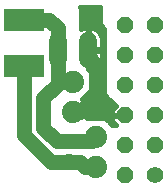
<source format=gbl>
G75*
G70*
%OFA0B0*%
%FSLAX24Y24*%
%IPPOS*%
%LPD*%
%AMOC8*
5,1,8,0,0,1.08239X$1,22.5*
%
%ADD10C,0.0740*%
%ADD11C,0.0560*%
%ADD12OC8,0.0560*%
%ADD13R,0.1339X0.0748*%
%ADD14C,0.0600*%
%ADD15C,0.0500*%
%ADD16C,0.0576*%
%ADD17C,0.0160*%
D10*
X003414Y003800D03*
X003414Y004800D03*
X004204Y002960D03*
X004204Y001960D03*
D11*
X006174Y001680D03*
D12*
X006174Y002680D03*
X006174Y003680D03*
X006174Y004680D03*
X006174Y005680D03*
X006174Y006680D03*
X005174Y006680D03*
X005174Y005680D03*
X005174Y004680D03*
X005174Y003680D03*
X005174Y002680D03*
X005174Y001680D03*
D13*
X001800Y005337D03*
X001800Y006873D03*
D14*
X002934Y006160D02*
X002934Y005560D01*
X003934Y005560D02*
X003934Y006160D01*
D15*
X001800Y003014D02*
X002684Y002130D01*
X003284Y002130D01*
X003664Y002130D01*
X003834Y001960D01*
X004204Y001960D01*
X004074Y002830D02*
X004204Y002960D01*
X004074Y002830D02*
X002884Y002830D01*
X002444Y003270D01*
X002444Y004250D01*
X002914Y004720D01*
X002994Y004800D01*
X003414Y004800D01*
X002914Y004720D02*
X002914Y005840D01*
X002934Y005860D01*
X002924Y005870D01*
X002924Y006590D01*
X002641Y006873D01*
X001800Y006873D01*
X001800Y005337D02*
X001800Y003014D01*
X002934Y005280D02*
X002934Y005860D01*
X002921Y005873D01*
X004174Y004310D02*
X003664Y003800D01*
X003414Y003800D01*
X004164Y004320D02*
X004174Y004310D01*
X004174Y005404D02*
X003934Y005644D01*
X003934Y005860D01*
D16*
X004174Y004310D03*
X003284Y002130D03*
D17*
X003908Y003605D02*
X003931Y003676D01*
X003944Y003758D01*
X003944Y003780D01*
X003434Y003780D01*
X003434Y003820D01*
X003944Y003820D01*
X003944Y003842D01*
X003931Y003924D01*
X003905Y004003D01*
X003867Y004078D01*
X003818Y004145D01*
X003759Y004204D01*
X003730Y004225D01*
X003952Y004448D01*
X004028Y004524D01*
X004028Y005104D01*
X004024Y005108D01*
X004042Y005111D01*
X004111Y005134D01*
X004175Y005167D01*
X004234Y005209D01*
X004285Y005260D01*
X004327Y005319D01*
X004360Y005383D01*
X004383Y005452D01*
X004394Y005524D01*
X004394Y005840D01*
X003954Y005840D01*
X003954Y005178D01*
X003914Y005218D01*
X003914Y005840D01*
X003954Y005840D01*
X003954Y005880D01*
X003914Y005880D01*
X003914Y006620D01*
X003898Y006620D01*
X003826Y006609D01*
X003757Y006586D01*
X003713Y006564D01*
X003713Y007230D01*
X003657Y007287D01*
X004320Y007287D01*
X004320Y006729D01*
X004396Y006652D01*
X004438Y006610D01*
X004477Y006571D01*
X004477Y004366D01*
X004792Y004051D01*
X004858Y003986D01*
X004734Y003862D01*
X004734Y003690D01*
X005164Y003690D01*
X005164Y003670D01*
X004734Y003670D01*
X004734Y003498D01*
X004863Y003369D01*
X004740Y003369D01*
X004580Y003529D01*
X004503Y003605D01*
X003908Y003605D01*
X003933Y003692D02*
X004734Y003692D01*
X004734Y003850D02*
X003943Y003850D01*
X003903Y004009D02*
X004835Y004009D01*
X004676Y004167D02*
X003797Y004167D01*
X003830Y004326D02*
X004518Y004326D01*
X004477Y004484D02*
X003989Y004484D01*
X004028Y004643D02*
X004477Y004643D01*
X004477Y004801D02*
X004028Y004801D01*
X004028Y004960D02*
X004477Y004960D01*
X004477Y005118D02*
X004062Y005118D01*
X003954Y005277D02*
X003914Y005277D01*
X003914Y005435D02*
X003954Y005435D01*
X003954Y005594D02*
X003914Y005594D01*
X003914Y005752D02*
X003954Y005752D01*
X003954Y005880D02*
X004394Y005880D01*
X004394Y006196D01*
X004383Y006268D01*
X004360Y006337D01*
X004327Y006401D01*
X004285Y006460D01*
X004234Y006511D01*
X004175Y006553D01*
X004111Y006586D01*
X004042Y006609D01*
X003970Y006620D01*
X003954Y006620D01*
X003954Y005880D01*
X003954Y005911D02*
X003914Y005911D01*
X003914Y006069D02*
X003954Y006069D01*
X003954Y006228D02*
X003914Y006228D01*
X003914Y006386D02*
X003954Y006386D01*
X003954Y006545D02*
X003914Y006545D01*
X003713Y006703D02*
X004345Y006703D01*
X004396Y006652D02*
X004396Y006652D01*
X004438Y006610D02*
X004438Y006610D01*
X004477Y006545D02*
X004187Y006545D01*
X004335Y006386D02*
X004477Y006386D01*
X004477Y006228D02*
X004389Y006228D01*
X004394Y006069D02*
X004477Y006069D01*
X004477Y005911D02*
X004394Y005911D01*
X004394Y005752D02*
X004477Y005752D01*
X004477Y005594D02*
X004394Y005594D01*
X004377Y005435D02*
X004477Y005435D01*
X004477Y005277D02*
X004297Y005277D01*
X004320Y006862D02*
X003713Y006862D01*
X003713Y007020D02*
X004320Y007020D01*
X004320Y007179D02*
X003713Y007179D01*
X004576Y003533D02*
X004734Y003533D01*
X004734Y003375D02*
X004857Y003375D01*
M02*

</source>
